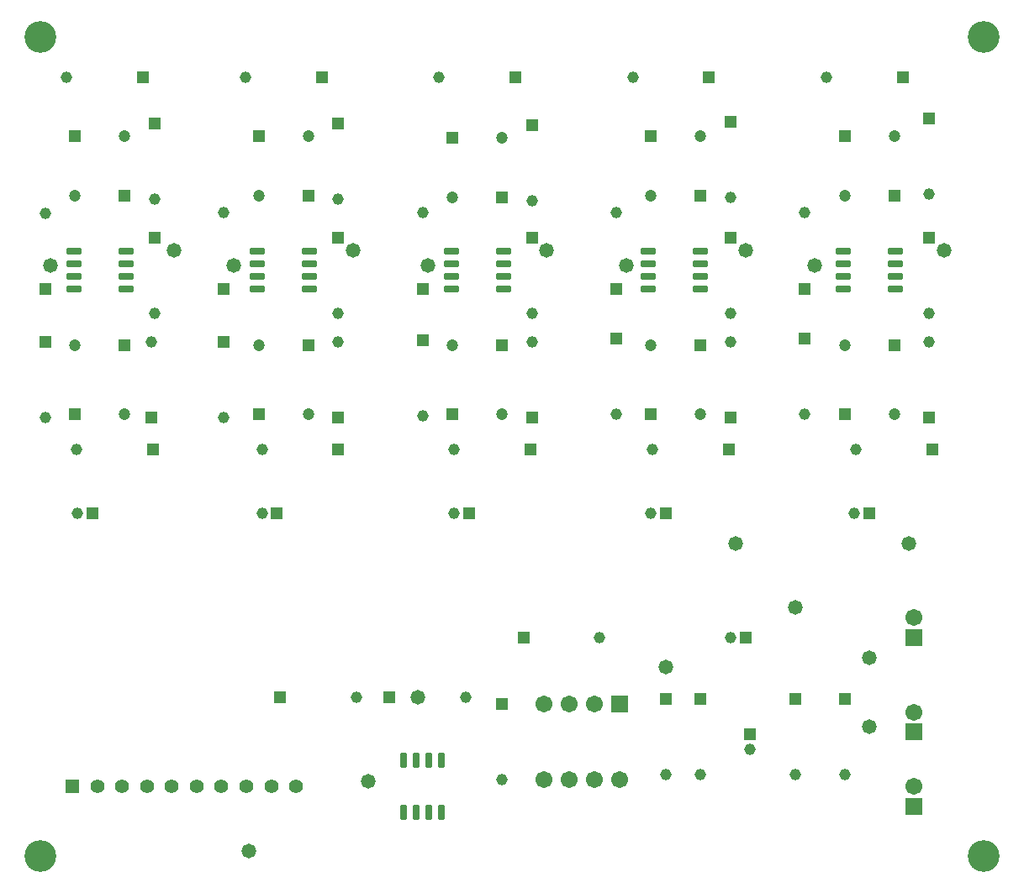
<source format=gbr>
%TF.GenerationSoftware,Altium Limited,Altium Designer,24.10.1 (45)*%
G04 Layer_Color=8388736*
%FSLAX45Y45*%
%MOMM*%
%TF.SameCoordinates,D700451D-F6DB-41F8-9F1A-DBDDD93A0A9D*%
%TF.FilePolarity,Negative*%
%TF.FileFunction,Soldermask,Top*%
%TF.Part,Single*%
G01*
G75*
%TA.AperFunction,ComponentPad*%
%ADD13R,1.15000X1.15000*%
%ADD14C,1.15000*%
%ADD15C,1.20000*%
%ADD16R,1.20000X1.20000*%
%ADD17C,1.40000*%
%ADD18R,1.40000X1.40000*%
%ADD21R,1.15000X1.15000*%
%TA.AperFunction,SMDPad,CuDef*%
G04:AMPARAMS|DCode=30|XSize=0.7532mm|YSize=1.4532mm|CornerRadius=0.1511mm|HoleSize=0mm|Usage=FLASHONLY|Rotation=90.000|XOffset=0mm|YOffset=0mm|HoleType=Round|Shape=RoundedRectangle|*
%AMROUNDEDRECTD30*
21,1,0.75320,1.15100,0,0,90.0*
21,1,0.45100,1.45320,0,0,90.0*
1,1,0.30220,0.57550,0.22550*
1,1,0.30220,0.57550,-0.22550*
1,1,0.30220,-0.57550,-0.22550*
1,1,0.30220,-0.57550,0.22550*
%
%ADD30ROUNDEDRECTD30*%
G04:AMPARAMS|DCode=31|XSize=0.7532mm|YSize=1.4532mm|CornerRadius=0.1511mm|HoleSize=0mm|Usage=FLASHONLY|Rotation=180.000|XOffset=0mm|YOffset=0mm|HoleType=Round|Shape=RoundedRectangle|*
%AMROUNDEDRECTD31*
21,1,0.75320,1.15100,0,0,180.0*
21,1,0.45100,1.45320,0,0,180.0*
1,1,0.30220,-0.22550,0.57550*
1,1,0.30220,0.22550,0.57550*
1,1,0.30220,0.22550,-0.57550*
1,1,0.30220,-0.22550,-0.57550*
%
%ADD31ROUNDEDRECTD31*%
%TA.AperFunction,ComponentPad*%
%ADD32R,1.70320X1.70320*%
%ADD33C,1.70320*%
%TA.AperFunction,ViaPad*%
%ADD34C,3.20320*%
%ADD35C,1.47320*%
D13*
X7666500Y4850000D02*
D03*
X13933501Y11100000D02*
D03*
X11983500D02*
D03*
X10033500D02*
D03*
X8083500D02*
D03*
X6283500D02*
D03*
X13600000Y6700000D02*
D03*
X11550000D02*
D03*
X9566499D02*
D03*
X7633000D02*
D03*
X5775000D02*
D03*
X10116500Y5450000D02*
D03*
X14233501Y7350000D02*
D03*
X12183500D02*
D03*
X10183500D02*
D03*
X6383500D02*
D03*
X8250000D02*
D03*
X12350000Y5450000D02*
D03*
X8766500Y4850000D02*
D03*
D14*
X8433500D02*
D03*
X13166499Y11100000D02*
D03*
X11216500D02*
D03*
X9266500D02*
D03*
X7316500D02*
D03*
X5516500D02*
D03*
X13450000Y6700000D02*
D03*
X11400000D02*
D03*
X9416499D02*
D03*
X7483000D02*
D03*
X5625000D02*
D03*
X10883500Y5450000D02*
D03*
X9900000Y4016500D02*
D03*
X11550000Y4066499D02*
D03*
X11900000D02*
D03*
X14200000Y8433500D02*
D03*
Y8716500D02*
D03*
Y9916500D02*
D03*
X13466499Y7350000D02*
D03*
X12950000Y7700000D02*
D03*
Y9733500D02*
D03*
X12200000Y9883500D02*
D03*
X12200000Y8433500D02*
D03*
X11416500Y7350000D02*
D03*
X11050000Y7700000D02*
D03*
X11050000Y9733500D02*
D03*
X10200000Y8433500D02*
D03*
X9416500Y7350000D02*
D03*
X9100000Y7683000D02*
D03*
X9100000Y9733500D02*
D03*
X10200000Y8716500D02*
D03*
Y9850000D02*
D03*
X6400000Y9866500D02*
D03*
X8250000D02*
D03*
Y8716500D02*
D03*
X7100000Y9733500D02*
D03*
X5300000Y9726501D02*
D03*
X6400000Y8716500D02*
D03*
X5616500Y7350000D02*
D03*
X7483000D02*
D03*
X8250000Y8433500D02*
D03*
X7100000Y7666500D02*
D03*
X5300000D02*
D03*
X6367001Y8433500D02*
D03*
X12200000Y8716500D02*
D03*
X13350000Y4066500D02*
D03*
X12400000Y4324999D02*
D03*
X12850000Y4066499D02*
D03*
X12200000Y5450000D02*
D03*
X9533500Y4850000D02*
D03*
D15*
X11900000Y7700000D02*
D03*
X9900000D02*
D03*
X7950000D02*
D03*
X13350000Y9900000D02*
D03*
X5600000D02*
D03*
X6100000Y10500000D02*
D03*
X9400000Y8400000D02*
D03*
Y9883500D02*
D03*
X9900000Y10483500D02*
D03*
X13850000Y7700000D02*
D03*
X6100000D02*
D03*
X13850000Y10500000D02*
D03*
X11900000D02*
D03*
X7950000D02*
D03*
X13350000Y8400000D02*
D03*
X11400000D02*
D03*
X7450000D02*
D03*
X5600000D02*
D03*
X11400000Y9900000D02*
D03*
X7450000Y9900000D02*
D03*
D16*
X11400000Y7700000D02*
D03*
X9400000D02*
D03*
X7450000D02*
D03*
X13850000Y9900000D02*
D03*
X6100000D02*
D03*
X5600000Y10500000D02*
D03*
X9900000Y8400000D02*
D03*
Y9883500D02*
D03*
X9400000Y10483500D02*
D03*
X13350000Y7700000D02*
D03*
X5600000D02*
D03*
X13350000Y10500000D02*
D03*
X11400000D02*
D03*
X7450000D02*
D03*
X13850000Y8400000D02*
D03*
X11900000D02*
D03*
X7950000D02*
D03*
X6100000D02*
D03*
X11900000Y9900000D02*
D03*
X7950000Y9900000D02*
D03*
D17*
X7825000Y3952500D02*
D03*
X7575000D02*
D03*
X7325000D02*
D03*
X7075000D02*
D03*
X6825000D02*
D03*
X6575000D02*
D03*
X6325000D02*
D03*
X6075000D02*
D03*
X5825000D02*
D03*
D18*
X5575000D02*
D03*
D21*
X9900000Y4783500D02*
D03*
X11550000Y4833500D02*
D03*
X11900000D02*
D03*
X14200000Y7666500D02*
D03*
Y9483500D02*
D03*
Y10683500D02*
D03*
X12950000Y8467000D02*
D03*
Y8966500D02*
D03*
X12200000Y10650500D02*
D03*
X12200000Y7666500D02*
D03*
X11050000Y8467000D02*
D03*
X11050000Y8966500D02*
D03*
X10200000Y7666500D02*
D03*
X9100000Y8450000D02*
D03*
X9100000Y8966500D02*
D03*
X10200000Y9483500D02*
D03*
Y10617001D02*
D03*
X6400000Y10633500D02*
D03*
X8250000D02*
D03*
Y9483500D02*
D03*
X7100000Y8966500D02*
D03*
X5300000Y8959501D02*
D03*
X6400000Y9483500D02*
D03*
X8250000Y7666500D02*
D03*
X7100000Y8433500D02*
D03*
X5300000D02*
D03*
X6367001Y7666500D02*
D03*
X12200000Y9483500D02*
D03*
X13350000Y4833500D02*
D03*
X12400000Y4475000D02*
D03*
X12850000Y4833500D02*
D03*
D30*
X6112500Y8959500D02*
D03*
Y9086500D02*
D03*
Y9213500D02*
D03*
Y9340500D02*
D03*
X5587500Y8959500D02*
D03*
Y9086500D02*
D03*
Y9213500D02*
D03*
Y9340500D02*
D03*
X9912499Y8959500D02*
D03*
Y9086500D02*
D03*
Y9213500D02*
D03*
Y9340500D02*
D03*
X9387499Y8959500D02*
D03*
Y9086500D02*
D03*
Y9213500D02*
D03*
Y9340500D02*
D03*
X13862500Y8959500D02*
D03*
Y9086500D02*
D03*
Y9213500D02*
D03*
Y9340500D02*
D03*
X13337500Y8959500D02*
D03*
Y9086500D02*
D03*
Y9213500D02*
D03*
Y9340500D02*
D03*
X11900000Y8959500D02*
D03*
Y9086500D02*
D03*
Y9213500D02*
D03*
Y9340500D02*
D03*
X11375000Y8959500D02*
D03*
Y9086500D02*
D03*
Y9213500D02*
D03*
Y9340500D02*
D03*
X7962500Y8959500D02*
D03*
Y9086500D02*
D03*
Y9213500D02*
D03*
Y9340500D02*
D03*
X7437500Y8959500D02*
D03*
Y9086500D02*
D03*
Y9213500D02*
D03*
Y9340500D02*
D03*
D31*
X9290500Y4212500D02*
D03*
X9163500D02*
D03*
X9036500D02*
D03*
X8909500D02*
D03*
X9290500Y3687500D02*
D03*
X9163500D02*
D03*
X9036500D02*
D03*
X8909500D02*
D03*
D32*
X11081000Y4783500D02*
D03*
X14045000Y3750000D02*
D03*
Y4500000D02*
D03*
Y5450000D02*
D03*
D33*
X10827000Y4783500D02*
D03*
X10573000D02*
D03*
X10319000D02*
D03*
X11081000Y4021500D02*
D03*
X10827000D02*
D03*
X10573000D02*
D03*
X10319000D02*
D03*
X14045000Y3950000D02*
D03*
Y4700000D02*
D03*
Y5650000D02*
D03*
D34*
X5250000Y11500000D02*
D03*
Y3250000D02*
D03*
X14750000D02*
D03*
Y11500000D02*
D03*
D35*
X12250000Y6400000D02*
D03*
X13600000Y5250000D02*
D03*
Y4550000D02*
D03*
X14000000Y6400000D02*
D03*
X12850000Y5750000D02*
D03*
X11550000Y5150000D02*
D03*
X7350000Y3300000D02*
D03*
X8550000Y4000000D02*
D03*
X9050000Y4850000D02*
D03*
X14350000Y9350000D02*
D03*
X12350000D02*
D03*
X10350000D02*
D03*
X8400000D02*
D03*
X6600000D02*
D03*
X13050000Y9200000D02*
D03*
X11150000D02*
D03*
X9150000D02*
D03*
X7200000D02*
D03*
X5350000D02*
D03*
%TF.MD5,48872334e26e99de97aa37604203218b*%
M02*

</source>
